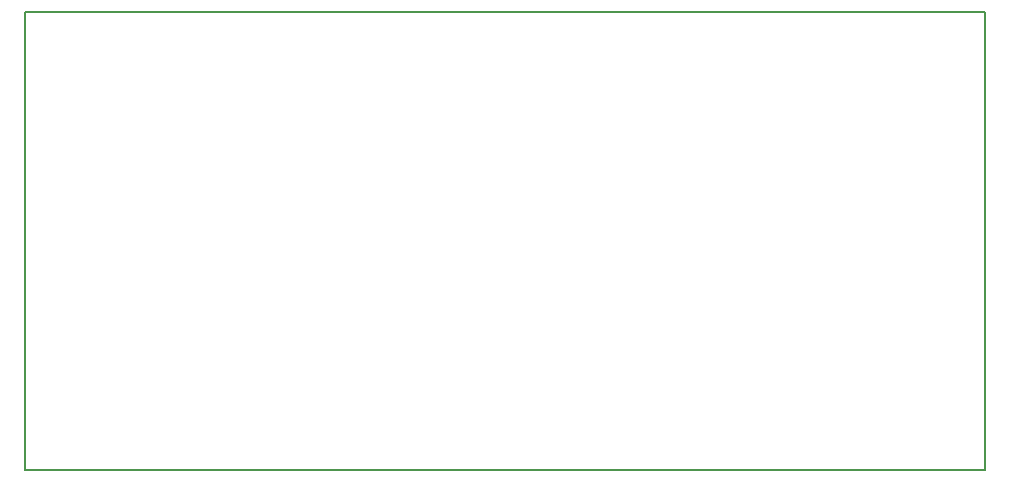
<source format=gbr>
G04 #@! TF.GenerationSoftware,KiCad,Pcbnew,(5.0.0)*
G04 #@! TF.CreationDate,2019-06-12T13:43:49+03:00*
G04 #@! TF.ProjectId,OP pastiprin_t_js,4F502070617374697072696E0174016A,rev?*
G04 #@! TF.SameCoordinates,Original*
G04 #@! TF.FileFunction,Profile,NP*
%FSLAX46Y46*%
G04 Gerber Fmt 4.6, Leading zero omitted, Abs format (unit mm)*
G04 Created by KiCad (PCBNEW (5.0.0)) date 06/12/19 13:43:49*
%MOMM*%
%LPD*%
G01*
G04 APERTURE LIST*
%ADD10C,0.150000*%
G04 APERTURE END LIST*
D10*
X203200000Y-121920000D02*
X203200000Y-123825000D01*
X121920000Y-121920000D02*
X121920000Y-123825000D01*
X121920000Y-121920000D02*
X121920000Y-85090000D01*
X203200000Y-123825000D02*
X121920000Y-123825000D01*
X203200000Y-85090000D02*
X203200000Y-121920000D01*
X121920000Y-85090000D02*
X203200000Y-85090000D01*
M02*

</source>
